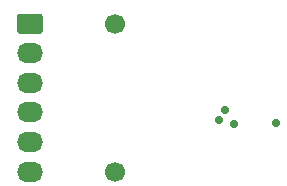
<source format=gbs>
G75*
G70*
%OFA0B0*%
%FSLAX25Y25*%
%IPPOS*%
%LPD*%
%AMOC8*
5,1,8,0,0,1.08239X$1,22.5*
%
%ADD16C,0.02362*%
%ADD17O,0.08661X0.06693*%
%ADD19C,0.06693*%
%ADD42C,0.02913*%
X0000000Y0000000D02*
%LPD*%
G01*
D16*
X0078888Y0032677D03*
X0080955Y0036122D03*
X0083907Y0031496D03*
X0097884Y0031791D03*
D19*
X0044193Y0064829D03*
X0044193Y0015617D03*
G36*
G01*
X0011595Y0062467D02*
X0011595Y0067192D01*
G75*
G02*
X0012579Y0068176I0000984J0000000D01*
G01*
X0019272Y0068176D01*
G75*
G02*
X0020256Y0067192I0000000J-000984D01*
G01*
X0020256Y0062467D01*
G75*
G02*
X0019272Y0061483I-000984J0000000D01*
G01*
X0012579Y0061483D01*
G75*
G02*
X0011595Y0062467I0000000J0000984D01*
G01*
G37*
D17*
X0015925Y0054987D03*
X0015925Y0045144D03*
X0015925Y0035302D03*
X0015925Y0025459D03*
X0015925Y0015617D03*
X0073474Y0062992D02*
G01*
G75*
D42*
X0097883Y0031791D02*
D03*
X0083907Y0031496D02*
D03*
X0078887Y0032677D02*
D03*
X0080954Y0036122D02*
D03*
M02*

</source>
